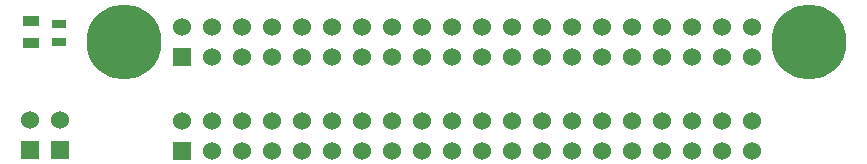
<source format=gts>
G04 (created by PCBNEW (2013-05-31 BZR 4019)-stable) date 10/5/2014 5:30:30 PM*
%MOIN*%
G04 Gerber Fmt 3.4, Leading zero omitted, Abs format*
%FSLAX34Y34*%
G01*
G70*
G90*
G04 APERTURE LIST*
%ADD10C,0.00590551*%
%ADD11R,0.06X0.06*%
%ADD12C,0.06*%
%ADD13C,0.25*%
%ADD14R,0.055X0.035*%
%ADD15R,0.045X0.025*%
G04 APERTURE END LIST*
G54D10*
G54D11*
X6011Y-1956D03*
G54D12*
X6011Y-956D03*
X11011Y-1956D03*
X7011Y-956D03*
X12011Y-1956D03*
X8011Y-956D03*
X13011Y-1956D03*
X9011Y-956D03*
X14011Y-1956D03*
X10011Y-956D03*
X15011Y-1956D03*
X11011Y-956D03*
X16011Y-1956D03*
X12011Y-956D03*
X17011Y-1956D03*
X13011Y-956D03*
X18011Y-1956D03*
X14011Y-956D03*
X19011Y-1956D03*
X15011Y-956D03*
X20011Y-1956D03*
X16011Y-956D03*
X21011Y-1956D03*
X17011Y-956D03*
X18011Y-956D03*
X22011Y-1956D03*
X19011Y-956D03*
X21011Y-956D03*
X22011Y-956D03*
X23011Y-956D03*
X24011Y-956D03*
X23011Y-1956D03*
X24011Y-1956D03*
X7011Y-1956D03*
X8011Y-1956D03*
X9011Y-1956D03*
X10011Y-1956D03*
X25011Y-1956D03*
X25011Y-956D03*
X20011Y-956D03*
G54D13*
X26929Y-1456D03*
X4094Y-1456D03*
G54D11*
X1968Y-5066D03*
G54D12*
X1968Y-4066D03*
G54D11*
X944Y-5066D03*
G54D12*
X944Y-4066D03*
G54D11*
X6011Y-5106D03*
G54D12*
X6011Y-4106D03*
X11011Y-5106D03*
X7011Y-4106D03*
X12011Y-5106D03*
X8011Y-4106D03*
X13011Y-5106D03*
X9011Y-4106D03*
X14011Y-5106D03*
X10011Y-4106D03*
X15011Y-5106D03*
X11011Y-4106D03*
X16011Y-5106D03*
X12011Y-4106D03*
X17011Y-5106D03*
X13011Y-4106D03*
X18011Y-5106D03*
X14011Y-4106D03*
X19011Y-5106D03*
X15011Y-4106D03*
X20011Y-5106D03*
X16011Y-4106D03*
X21011Y-5106D03*
X17011Y-4106D03*
X18011Y-4106D03*
X22011Y-5106D03*
X19011Y-4106D03*
X21011Y-4106D03*
X22011Y-4106D03*
X23011Y-4106D03*
X24011Y-4106D03*
X23011Y-5106D03*
X24011Y-5106D03*
X7011Y-5106D03*
X8011Y-5106D03*
X9011Y-5106D03*
X10011Y-5106D03*
X25011Y-5106D03*
X25011Y-4106D03*
X20011Y-4106D03*
G54D14*
X984Y-766D03*
X984Y-1516D03*
G54D15*
X1929Y-1481D03*
X1929Y-881D03*
M02*

</source>
